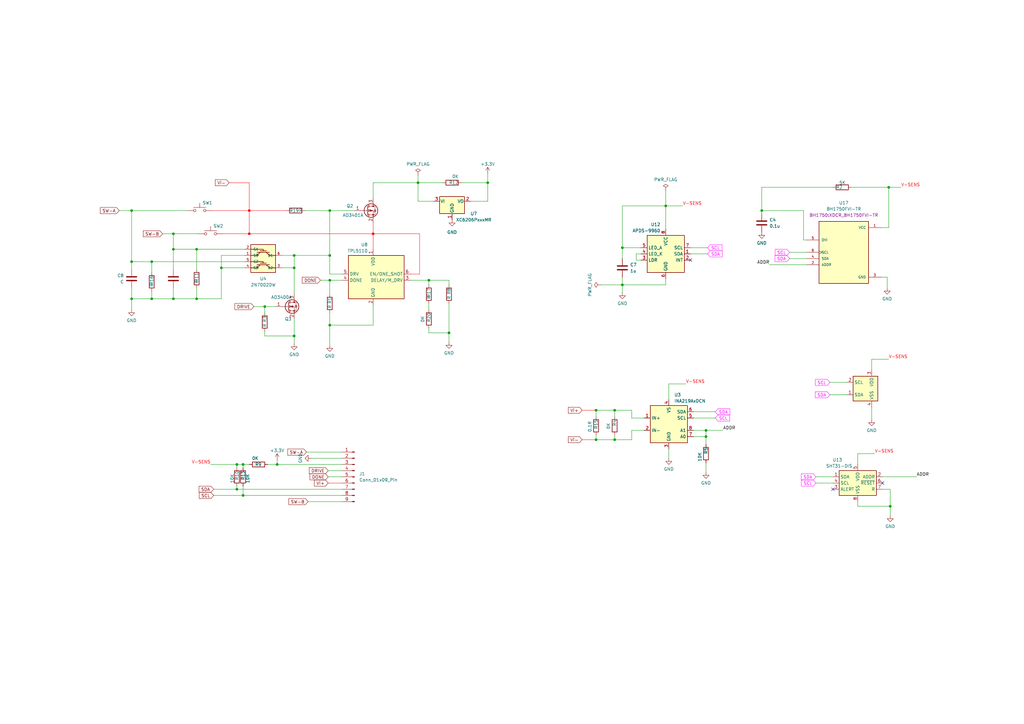
<source format=kicad_sch>
(kicad_sch (version 20230121) (generator eeschema)
  (paper "A3")
  (lib_symbols
    (symbol "2n7002:2N7002DW" (pin_names (offset 1.016))
      (property "Reference" "U" (at 0 0 0))
      (property "Value" "2N7002DW" (at 0 0 0))
      (symbol "2N7002DW_0_0"
        (rectangle (start -5.08 -4.445) (end 5.08 6.985) (stroke (width 0.254)) (fill (type background)))
        (polyline (pts (xy -2.54 -2.54) (xy -5.08 -2.54)) (stroke (width 0.254)))
        (polyline (pts (xy -2.54 -2.54) (xy -2.54 -1.905)) (stroke (width 0.254)))
        (polyline (pts (xy -2.54 -2.54) (xy -1.905 -2.54)) (stroke (width 0.254)))
        (polyline (pts (xy -2.54 -1.27) (xy -1.27 -1.27)) (stroke (width 0.254)))
        (polyline (pts (xy -2.54 2.54) (xy -5.08 2.54)) (stroke (width 0.254)))
        (polyline (pts (xy -2.54 2.54) (xy -2.54 3.175)) (stroke (width 0.254)))
        (polyline (pts (xy -2.54 2.54) (xy -1.905 2.54)) (stroke (width 0.254)))
        (polyline (pts (xy -1.27 -1.27) (xy -2.54 -2.54)) (stroke (width 0.254)))
        (polyline (pts (xy -1.27 -1.27) (xy 1.27 -1.27)) (stroke (width 0.254)))
        (polyline (pts (xy -1.27 -0.635) (xy 0 -0.635)) (stroke (width 0.254)))
        (polyline (pts (xy -1.27 3.81) (xy -2.54 2.54)) (stroke (width 0.254)))
        (polyline (pts (xy -1.27 3.81) (xy -2.54 3.81)) (stroke (width 0.254)))
        (polyline (pts (xy -1.27 4.445) (xy 0 4.445)) (stroke (width 0.254)))
        (polyline (pts (xy 0 -0.635) (xy 0 0)) (stroke (width 0.254)))
        (polyline (pts (xy 0 -0.635) (xy 1.27 -0.635)) (stroke (width 0.254)))
        (polyline (pts (xy 0 0) (xy -5.08 0)) (stroke (width 0.254)))
        (polyline (pts (xy 0 4.445) (xy 0 5.08)) (stroke (width 0.254)))
        (polyline (pts (xy 0 4.445) (xy 1.27 4.445)) (stroke (width 0.254)))
        (polyline (pts (xy 0 5.08) (xy -5.08 5.08)) (stroke (width 0.254)))
        (polyline (pts (xy 1.27 -1.27) (xy 2.54 -2.54)) (stroke (width 0.254)))
        (polyline (pts (xy 1.27 -1.27) (xy 2.54 -1.27)) (stroke (width 0.254)))
        (polyline (pts (xy 1.27 3.81) (xy -1.27 3.81)) (stroke (width 0.254)))
        (polyline (pts (xy 1.27 3.81) (xy 2.54 2.54)) (stroke (width 0.254)))
        (polyline (pts (xy 2.54 -2.54) (xy 5.08 -2.54)) (stroke (width 0.254)))
        (polyline (pts (xy 2.54 2.54) (xy 5.08 2.54)) (stroke (width 0.254)))
        (polyline (pts (xy 2.54 3.81) (xy 1.27 3.81)) (stroke (width 0.254)))
        (pin bidirectional line (at -7.62 2.54 0) (length 2.54) (name "S1") (number "1"))
        (pin bidirectional line (at -7.62 5.08 0) (length 2.54) (name "G1") (number "2"))
        (pin bidirectional line (at 7.62 -2.54 180) (length 2.54) (name "D2") (number "3"))
        (pin bidirectional line (at -7.62 -2.54 0) (length 2.54) (name "S2") (number "4"))
        (pin bidirectional line (at -7.62 0 0) (length 2.54) (name "G2") (number "5"))
        (pin bidirectional line (at 7.62 2.54 180) (length 2.54) (name "D1") (number "6"))
      )
    )
    (symbol "BH1750FVI-TR:BH1750FVI-TR" (pin_names (offset 1.016))
      (property "Reference" "U" (at -10.1737 13.462 0))
      (property "Value" "BH1750FVI-TR" (at -9.922 -15.24 0))
      (property "Footprint" "BH1750FVI-TR:XDCR_BH1750FVI-TR" (at 0 0 0))
      (symbol "BH1750FVI-TR_0_0"
        (rectangle (start -10.16 12.7) (end 10.16 -12.7) (stroke (width 0.254)) (fill (type background)))
        (pin power_in line (at 15.24 10.16 180) (length 5.08) (name "VCC") (number "1"))
        (pin input line (at -15.24 -5.08 0) (length 5.08) (name "ADDR") (number "2"))
        (pin power_in line (at 15.24 -10.16 180) (length 5.08) (name "GND") (number "3"))
        (pin bidirectional line (at -15.24 -2.54 0) (length 5.08) (name "SDA") (number "4"))
        (pin input line (at -15.24 5.08 0) (length 5.08) (name "DVI") (number "5"))
        (pin input clock (at -15.24 0 0) (length 5.08) (name "SCL") (number "6"))
      )
    )
    (symbol "Connector:Conn_01x09_Pin" (pin_names (offset 1.016) hide)
      (property "Reference" "J" (at 0 12.7 0))
      (property "Value" "Conn_01x09_Pin" (at 0 -12.7 0))
      (symbol "Conn_01x09_Pin_1_1"
        (polyline (pts (xy 1.27 -10.16) (xy 0.8636 -10.16)) (stroke (width 0.1524)))
        (polyline (pts (xy 1.27 -7.62) (xy 0.8636 -7.62)) (stroke (width 0.1524)))
        (polyline (pts (xy 1.27 -5.08) (xy 0.8636 -5.08)) (stroke (width 0.1524)))
        (polyline (pts (xy 1.27 -2.54) (xy 0.8636 -2.54)) (stroke (width 0.1524)))
        (polyline (pts (xy 1.27 0) (xy 0.8636 0)) (stroke (width 0.1524)))
        (polyline (pts (xy 1.27 2.54) (xy 0.8636 2.54)) (stroke (width 0.1524)))
        (polyline (pts (xy 1.27 5.08) (xy 0.8636 5.08)) (stroke (width 0.1524)))
        (polyline (pts (xy 1.27 7.62) (xy 0.8636 7.62)) (stroke (width 0.1524)))
        (polyline (pts (xy 1.27 10.16) (xy 0.8636 10.16)) (stroke (width 0.1524)))
        (rectangle (start 0.8636 -10.033) (end 0 -10.287) (stroke (width 0.1524)) (fill (type outline)))
        (rectangle (start 0.8636 -7.493) (end 0 -7.747) (stroke (width 0.1524)) (fill (type outline)))
        (rectangle (start 0.8636 -4.953) (end 0 -5.207) (stroke (width 0.1524)) (fill (type outline)))
        (rectangle (start 0.8636 -2.413) (end 0 -2.667) (stroke (width 0.1524)) (fill (type outline)))
        (rectangle (start 0.8636 0.127) (end 0 -0.127) (stroke (width 0.1524)) (fill (type outline)))
        (rectangle (start 0.8636 2.667) (end 0 2.413) (stroke (width 0.1524)) (fill (type outline)))
        (rectangle (start 0.8636 5.207) (end 0 4.953) (stroke (width 0.1524)) (fill (type outline)))
        (rectangle (start 0.8636 7.747) (end 0 7.493) (stroke (width 0.1524)) (fill (type outline)))
        (rectangle (start 0.8636 10.287) (end 0 10.033) (stroke (width 0.1524)) (fill (type outline)))
        (pin passive line (at 5.08 10.16 180) (length 3.81) (name "Pin_1") (number "1"))
        (pin passive line (at 5.08 7.62 180) (length 3.81) (name "Pin_2") (number "2"))
        (pin passive line (at 5.08 5.08 180) (length 3.81) (name "Pin_3") (number "3"))
        (pin passive line (at 5.08 2.54 180) (length 3.81) (name "Pin_4") (number "4"))
        (pin passive line (at 5.08 0 180) (length 3.81) (name "Pin_5") (number "5"))
        (pin passive line (at 5.08 -2.54 180) (length 3.81) (name "Pin_6") (number "6"))
        (pin passive line (at 5.08 -5.08 180) (length 3.81) (name "Pin_7") (number "7"))
        (pin passive line (at 5.08 -7.62 180) (length 3.81) (name "Pin_8") (number "8"))
        (pin passive line (at 5.08 -10.16 180) (length 3.81) (name "Pin_9") (number "9"))
      )
    )
    (symbol "Device:C" (pin_numbers hide) (pin_names (offset 0.254))
      (property "Reference" "C" (at 0.635 2.54 0))
      (property "Value" "C" (at 0.635 -2.54 0))
      (symbol "C_0_1"
        (polyline (pts (xy -2.032 -0.762) (xy 2.032 -0.762)) (stroke (width 0.508)))
        (polyline (pts (xy -2.032 0.762) (xy 2.032 0.762)) (stroke (width 0.508)))
      )
      (symbol "C_1_1"
        (pin passive line (at 0 3.81 270) (length 2.794) (name "~") (number "1"))
        (pin passive line (at 0 -3.81 90) (length 2.794) (name "~") (number "2"))
      )
    )
    (symbol "Device:R" (pin_numbers hide) (pin_names (offset 0))
      (property "Reference" "R" (at 2.032 0 90))
      (property "Value" "R" (at 0 0 90))
      (symbol "R_0_1"
        (rectangle (start -1.016 -2.54) (end 1.016 2.54) (stroke (width 0.254)))
      )
      (symbol "R_1_1"
        (pin passive line (at 0 3.81 270) (length 1.27) (name "~") (number "1"))
        (pin passive line (at 0 -3.81 90) (length 1.27) (name "~") (number "2"))
      )
    )
    (symbol "Regulator_Linear:XC6206PxxxMR" (pin_names (offset 0.254))
      (property "Reference" "U" (at -3.81 3.175 0))
      (property "Value" "XC6206PxxxMR" (at 0 3.175 0))
      (symbol "XC6206PxxxMR_0_1"
        (rectangle (start -5.08 1.905) (end 5.08 -5.08) (stroke (width 0.254)) (fill (type background)))
      )
      (symbol "XC6206PxxxMR_1_1"
        (pin power_in line (at 0 -7.62 90) (length 2.54) (name "GND") (number "1"))
        (pin power_out line (at 7.62 0 180) (length 2.54) (name "VO") (number "2"))
        (pin power_in line (at -7.62 0 0) (length 2.54) (name "VI") (number "3"))
      )
    )
    (symbol "Sensor:APDS-9960"
      (property "Reference" "U" (at -5.08 8.89 0))
      (property "Value" "APDS-9960" (at 6.35 8.89 0))
      (symbol "APDS-9960_0_1"
        (rectangle (start -7.62 7.62) (end 7.62 -7.62) (stroke (width 0.254)) (fill (type background)))
      )
      (symbol "APDS-9960_1_1"
        (pin bidirectional line (at -10.16 0 0) (length 2.54) (name "SDA") (number "1"))
        (pin open_collector line (at -10.16 -2.54 0) (length 2.54) (name "INT") (number "2"))
        (pin passive line (at 10.16 -2.54 180) (length 2.54) (name "LDR") (number "3"))
        (pin passive line (at 10.16 0 180) (length 2.54) (name "LED_K") (number "4"))
        (pin passive line (at 10.16 2.54 180) (length 2.54) (name "LED_A") (number "5"))
        (pin power_in line (at 0 -10.16 90) (length 2.54) (name "GND") (number "6"))
        (pin input line (at -10.16 2.54 0) (length 2.54) (name "SCL") (number "7"))
        (pin power_in line (at 0 10.16 270) (length 2.54) (name "VCC") (number "8"))
      )
    )
    (symbol "Sensor_Energy:INA219AxDCN"
      (property "Reference" "U" (at -6.35 8.89 0))
      (property "Value" "INA219AxDCN" (at 6.35 8.89 0))
      (symbol "INA219AxDCN_0_1"
        (rectangle (start -7.62 7.62) (end 7.62 -7.62) (stroke (width 0.254)) (fill (type background)))
      )
      (symbol "INA219AxDCN_1_1"
        (pin input line (at -10.16 2.54 0) (length 2.54) (name "IN+") (number "1"))
        (pin input line (at -10.16 -2.54 0) (length 2.54) (name "IN-") (number "2"))
        (pin power_in line (at 0 -10.16 90) (length 2.54) (name "GND") (number "3"))
        (pin power_in line (at 0 10.16 270) (length 2.54) (name "VS") (number "4"))
        (pin input line (at 10.16 2.54 180) (length 2.54) (name "SCL") (number "5"))
        (pin bidirectional line (at 10.16 5.08 180) (length 2.54) (name "SDA") (number "6"))
        (pin input line (at 10.16 -5.08 180) (length 2.54) (name "A0") (number "7"))
        (pin input line (at 10.16 -2.54 180) (length 2.54) (name "A1") (number "8"))
      )
    )
    (symbol "Sensor_Humidity:SHT31-DIS"
      (property "Reference" "U" (at -6.35 6.35 0))
      (property "Value" "SHT31-DIS" (at 6.35 6.35 0))
      (symbol "SHT31-DIS_0_1"
        (rectangle (start -7.62 5.08) (end 7.62 -5.08) (stroke (width 0.254)) (fill (type background)))
      )
      (symbol "SHT31-DIS_1_1"
        (pin bidirectional line (at 10.16 2.54 180) (length 2.54) (name "SDA") (number "1"))
        (pin input line (at -10.16 2.54 0) (length 2.54) (name "ADDR") (number "2"))
        (pin output line (at 10.16 -2.54 180) (length 2.54) (name "ALERT") (number "3"))
        (pin input line (at 10.16 0 180) (length 2.54) (name "SCL") (number "4"))
        (pin power_in line (at 0 7.62 270) (length 2.54) (name "VDD") (number "5"))
        (pin input line (at -10.16 0 0) (length 2.54) (name "~{RESET}") (number "6"))
        (pin passive line (at -10.16 -2.54 0) (length 2.54) (name "R") (number "7"))
        (pin power_in line (at 0 -7.62 90) (length 2.54) (name "VSS") (number "8"))
        (pin passive line (at 0 -7.62 90) (length 2.54) hide (name "VSS") (number "9"))
      )
    )
    (symbol "Sensor_Humidity:SHT4x"
      (property "Reference" "U" (at 0 8.89 0))
      (property "Value" "SHT4x" (at 0 6.35 0))
      (symbol "SHT4x_1_1"
        (rectangle (start -5.08 5.08) (end 5.08 -5.08) (stroke (width 0.254)) (fill (type background)))
        (pin bidirectional line (at -7.62 -2.54 0) (length 2.54) (name "SDA") (number "1"))
        (pin input line (at -7.62 2.54 0) (length 2.54) (name "SCL") (number "2"))
        (pin power_in line (at 2.54 7.62 270) (length 2.54) (name "VDD") (number "3"))
        (pin power_in line (at 2.54 -7.62 90) (length 2.54) (name "VSS") (number "4"))
      )
    )
    (symbol "Switch:SW_Push" (pin_numbers hide) (pin_names (offset 1.016) hide)
      (property "Reference" "SW" (at 1.27 2.54 0))
      (property "Value" "SW_Push" (at 0 -1.524 0))
      (symbol "SW_Push_0_1"
        (circle (center -2.032 0) (radius 0.508))
        (polyline (pts (xy 0 1.27) (xy 0 3.048)))
        (polyline (pts (xy 2.54 1.27) (xy -2.54 1.27)))
        (circle (center 2.032 0) (radius 0.508))
        (pin passive line (at -5.08 0 0) (length 2.54) (name "1") (number "1"))
        (pin passive line (at 5.08 0 180) (length 2.54) (name "2") (number "2"))
      )
    )
    (symbol "Timer:TPL5110"
      (property "Reference" "U8" (at 2.1941 12.065 0))
      (property "Value" "TPL5110" (at 2.1941 9.525 0))
      (symbol "TPL5110_0_1"
        (rectangle (start -12.7 7.62) (end 10.16 -10.16) (stroke (width 0.254)) (fill (type background)))
      )
      (symbol "TPL5110_1_1"
        (pin bidirectional line (at 0 10.16 270) (length 2.54) (name "VDD") (number "1"))
        (pin power_in line (at 0 -12.7 90) (length 2.54) (name "GND") (number "2"))
        (pin input line (at -15.24 -2.54 0) (length 2.54) (name "DELAY/M_DRV") (number "3"))
        (pin input line (at 12.7 -2.54 180) (length 2.54) (name "DONE") (number "4"))
        (pin output line (at 12.7 0 180) (length 2.54) (name "DRV") (number "5"))
        (pin input line (at -15.24 0 0) (length 2.54) (name "EN/ONE_SHOT") (number "6"))
      )
    )
    (symbol "Transistor_FET:AO3400A" (pin_names hide)
      (property "Reference" "Q" (at 5.08 1.905 0))
      (property "Value" "AO3400A" (at 5.08 0 0))
      (symbol "AO3400A_0_1"
        (polyline (pts (xy 0.254 0) (xy -2.54 0)))
        (polyline (pts (xy 0.254 1.905) (xy 0.254 -1.905)) (stroke (width 0.254)))
        (polyline (pts (xy 0.762 -1.27) (xy 0.762 -2.286)) (stroke (width 0.254)))
        (polyline (pts (xy 0.762 0.508) (xy 0.762 -0.508)) (stroke (width 0.254)))
        (polyline (pts (xy 0.762 2.286) (xy 0.762 1.27)) (stroke (width 0.254)))
        (polyline (pts (xy 2.54 2.54) (xy 2.54 1.778)))
        (polyline (pts (xy 2.54 -2.54) (xy 2.54 0) (xy 0.762 0)))
        (polyline (pts (xy 0.762 -1.778) (xy 3.302 -1.778) (xy 3.302 1.778) (xy 0.762 1.778)))
        (polyline (pts (xy 1.016 0) (xy 2.032 0.381) (xy 2.032 -0.381) (xy 1.016 0)) (fill (type outline)))
        (polyline (pts (xy 2.794 0.508) (xy 2.921 0.381) (xy 3.683 0.381) (xy 3.81 0.254)))
        (polyline (pts (xy 3.302 0.381) (xy 2.921 -0.254) (xy 3.683 -0.254) (xy 3.302 0.381)))
        (circle (center 1.651 0) (radius 2.794) (stroke (width 0.254)))
        (circle (center 2.54 -1.778) (radius 0.254) (fill (type outline)))
        (circle (center 2.54 1.778) (radius 0.254) (fill (type outline)))
      )
      (symbol "AO3400A_1_1"
        (pin input line (at -5.08 0 0) (length 2.54) (name "G") (number "1"))
        (pin passive line (at 2.54 -5.08 90) (length 2.54) (name "S") (number "2"))
        (pin passive line (at 2.54 5.08 270) (length 2.54) (name "D") (number "3"))
      )
    )
    (symbol "Transistor_FET:AO3401A" (pin_names hide)
      (property "Reference" "Q" (at 5.08 1.905 0))
      (property "Value" "AO3401A" (at 5.08 0 0))
      (symbol "AO3401A_0_1"
        (polyline (pts (xy 0.254 0) (xy -2.54 0)))
        (polyline (pts (xy 0.254 1.905) (xy 0.254 -1.905)) (stroke (width 0.254)))
        (polyline (pts (xy 0.762 -1.27) (xy 0.762 -2.286)) (stroke (width 0.254)))
        (polyline (pts (xy 0.762 0.508) (xy 0.762 -0.508)) (stroke (width 0.254)))
        (polyline (pts (xy 0.762 2.286) (xy 0.762 1.27)) (stroke (width 0.254)))
        (polyline (pts (xy 2.54 2.54) (xy 2.54 1.778)))
        (polyline (pts (xy 2.54 -2.54) (xy 2.54 0) (xy 0.762 0)))
        (polyline (pts (xy 0.762 1.778) (xy 3.302 1.778) (xy 3.302 -1.778) (xy 0.762 -1.778)))
        (polyline (pts (xy 2.286 0) (xy 1.27 0.381) (xy 1.27 -0.381) (xy 2.286 0)) (fill (type outline)))
        (polyline (pts (xy 2.794 -0.508) (xy 2.921 -0.381) (xy 3.683 -0.381) (xy 3.81 -0.254)))
        (polyline (pts (xy 3.302 -0.381) (xy 2.921 0.254) (xy 3.683 0.254) (xy 3.302 -0.381)))
        (circle (center 1.651 0) (radius 2.794) (stroke (width 0.254)))
        (circle (center 2.54 -1.778) (radius 0.254) (fill (type outline)))
        (circle (center 2.54 1.778) (radius 0.254) (fill (type outline)))
      )
      (symbol "AO3401A_1_1"
        (pin input line (at -5.08 0 0) (length 2.54) (name "G") (number "1"))
        (pin passive line (at 2.54 -5.08 90) (length 2.54) (name "S") (number "2"))
        (pin passive line (at 2.54 5.08 270) (length 2.54) (name "D") (number "3"))
      )
    )
    (symbol "power:+3.3V" (power) (pin_names (offset 0))
      (property "Value" "+3.3V" (at 0 3.556 0))
      (symbol "+3.3V_0_1"
        (polyline (pts (xy -0.762 1.27) (xy 0 2.54)))
        (polyline (pts (xy 0 0) (xy 0 2.54)))
        (polyline (pts (xy 0 2.54) (xy 0.762 1.27)))
      )
      (symbol "+3.3V_1_1"
        (pin power_in line (at 0 0 90) (length 0) hide (name "+3.3V") (number "1"))
      )
    )
    (symbol "power:GND" (power) (pin_names (offset 0))
      (property "Value" "GND" (at 0 -3.81 0))
      (symbol "GND_0_1"
        (polyline (pts (xy 0 0) (xy 0 -1.27) (xy 1.27 -1.27) (xy 0 -2.54) (xy -1.27 -1.27) (xy 0 -1.27)))
      )
      (symbol "GND_1_1"
        (pin power_in line (at 0 0 270) (length 0) hide (name "GND") (number "1"))
      )
    )
    (symbol "power:PWR_FLAG" (power) (pin_numbers hide) (pin_names (offset 0) hide)
      (property "Value" "PWR_FLAG" (at 0 3.81 0))
      (symbol "PWR_FLAG_0_0"
        (pin power_out line (at 0 0 90) (length 0) (name "pwr") (number "1"))
      )
      (symbol "PWR_FLAG_0_1"
        (polyline (pts (xy 0 0) (xy 0 1.27) (xy -1.016 1.905) (xy 0 2.54) (xy 1.016 1.905) (xy 0 1.27)))
      )
    )
  )
  (junction (at 255.27 101.6))
  (junction (at 184.15 136.525))
  (junction (at 53.975 107.315))
  (junction (at 53.975 122.555))
  (junction (at 120.65 109.855))
  (junction (at 289.56 179.07))
  (junction (at 53.975 86.36))
  (junction (at 273.05 84.455))
  (junction (at 108.585 125.73))
  (junction (at 102.235 86.36) (color 255 0 0 1))
  (junction (at 120.65 137.795))
  (junction (at 244.475 168.275))
  (junction (at 99.695 203.2))
  (junction (at 97.155 190.5))
  (junction (at 135.255 86.36))
  (junction (at 62.23 122.555))
  (junction (at 97.155 200.66))
  (junction (at 80.645 122.555))
  (junction (at 120.65 104.775))
  (junction (at 102.235 95.885) (color 255 0 0 1))
  (junction (at 90.805 109.855))
  (junction (at 99.695 190.5))
  (junction (at 153.035 95.885) (color 255 0 0 1))
  (junction (at 364.49 76.835))
  (junction (at 255.27 116.84))
  (junction (at 71.12 95.885))
  (junction (at 312.42 86.36))
  (junction (at 71.12 102.235))
  (junction (at 135.255 114.935))
  (junction (at 71.12 122.555))
  (junction (at 135.255 133.35))
  (junction (at 80.645 102.235))
  (junction (at 365.125 207.645))
  (junction (at 175.895 114.935))
  (junction (at 252.095 180.34))
  (junction (at 252.095 168.275))
  (junction (at 113.665 190.5))
  (junction (at 244.475 180.34))
  (junction (at 289.56 176.53))
  (junction (at 135.255 104.775))
  (junction (at 171.45 74.93))
  (junction (at 62.23 107.315))
  (junction (at 200.025 74.93))
  (no_connect (at 341.63 200.66))
  (no_connect (at 283.21 106.68))
  (no_connect (at 361.95 198.12))
  (wire (pts (xy 289.56 176.53) (xy 289.56 179.07)))
  (wire (pts (xy 252.095 178.435) (xy 252.095 180.34)))
  (wire (pts (xy 357.505 167.005) (xy 357.505 172.085)))
  (wire (pts (xy 134.62 198.12) (xy 140.335 198.12)) (stroke (width 0) (color 255 0 0 1)))
  (wire (pts (xy 80.645 102.235) (xy 71.12 102.235)))
  (wire (pts (xy 283.21 101.6) (xy 290.195 101.6)))
  (wire (pts (xy 262.89 106.68) (xy 260.985 106.68)))
  (wire (pts (xy 252.095 168.275) (xy 259.08 168.275)))
  (wire (pts (xy 260.985 104.14) (xy 262.89 104.14)))
  (wire (pts (xy 289.56 189.865) (xy 289.56 193.675)))
  (wire (pts (xy 172.085 95.885) (xy 153.035 95.885)) (stroke (width 0) (color 255 0 0 1)))
  (wire (pts (xy 349.25 76.835) (xy 364.49 76.835)))
  (wire (pts (xy 135.255 86.36) (xy 135.255 104.775)))
  (wire (pts (xy 330.835 103.505) (xy 323.85 103.505)))
  (wire (pts (xy 260.985 106.68) (xy 260.985 104.14)))
  (wire (pts (xy 255.27 101.6) (xy 255.27 106.045)))
  (wire (pts (xy 341.63 76.835) (xy 312.42 76.835)))
  (wire (pts (xy 364.49 93.345) (xy 361.315 93.345)))
  (wire (pts (xy 127.635 187.96) (xy 140.335 187.96)))
  (wire (pts (xy 347.345 161.925) (xy 340.36 161.925)))
  (wire (pts (xy 273.05 84.455) (xy 280.035 84.455)))
  (wire (pts (xy 361.315 113.665) (xy 363.855 113.665)))
  (wire (pts (xy 273.05 114.3) (xy 273.05 116.84)))
  (wire (pts (xy 255.27 120.015) (xy 255.27 116.84)))
  (wire (pts (xy 153.035 133.35) (xy 135.255 133.35)))
  (wire (pts (xy 283.21 104.14) (xy 290.195 104.14)))
  (wire (pts (xy 175.895 114.935) (xy 175.895 116.84)))
  (wire (pts (xy 365.125 207.645) (xy 365.125 211.455)))
  (wire (pts (xy 135.255 133.35) (xy 135.255 141.605)))
  (wire (pts (xy 171.45 71.755) (xy 171.45 74.93)))
  (wire (pts (xy 252.095 180.34) (xy 259.08 180.34)))
  (wire (pts (xy 140.335 112.395) (xy 135.255 112.395)))
  (wire (pts (xy 171.45 74.93) (xy 181.61 74.93)))
  (wire (pts (xy 100.33 104.775) (xy 90.805 104.775)))
  (wire (pts (xy 62.23 107.315) (xy 53.975 107.315)))
  (wire (pts (xy 80.645 118.11) (xy 80.645 122.555)))
  (wire (pts (xy 281.305 157.48) (xy 274.32 157.48)))
  (wire (pts (xy 80.645 102.235) (xy 80.645 110.49)))
  (wire (pts (xy 200.025 71.12) (xy 200.025 74.93)))
  (wire (pts (xy 120.65 104.775) (xy 135.255 104.775)))
  (wire (pts (xy 115.57 104.775) (xy 120.65 104.775)))
  (wire (pts (xy 102.235 86.36) (xy 102.235 74.93)) (stroke (width 0) (color 255 0 0 1)))
  (wire (pts (xy 135.255 128.27) (xy 135.255 133.35)))
  (wire (pts (xy 341.63 195.58) (xy 334.645 195.58)))
  (wire (pts (xy 238.76 180.34) (xy 244.475 180.34)) (stroke (width 0) (color 255 0 0 1)))
  (wire (pts (xy 259.08 180.34) (xy 259.08 176.53)))
  (wire (pts (xy 113.665 188.595) (xy 113.665 190.5)))
  (wire (pts (xy 175.895 114.935) (xy 184.15 114.935)))
  (wire (pts (xy 312.42 76.835) (xy 312.42 86.36)))
  (wire (pts (xy 284.48 176.53) (xy 289.56 176.53)))
  (wire (pts (xy 361.95 200.66) (xy 365.125 200.66)))
  (wire (pts (xy 330.835 106.045) (xy 323.85 106.045)))
  (wire (pts (xy 97.155 199.39) (xy 97.155 200.66)))
  (wire (pts (xy 357.505 147.32) (xy 364.49 147.32)))
  (wire (pts (xy 259.08 171.45) (xy 264.16 171.45)))
  (wire (pts (xy 120.65 137.795) (xy 120.65 140.97)))
  (wire (pts (xy 135.255 104.775) (xy 135.255 112.395)))
  (wire (pts (xy 363.855 113.665) (xy 363.855 118.11)))
  (wire (pts (xy 108.585 125.73) (xy 113.03 125.73)))
  (wire (pts (xy 100.33 102.235) (xy 80.645 102.235)))
  (wire (pts (xy 71.12 95.885) (xy 66.675 95.885)))
  (wire (pts (xy 87.63 203.2) (xy 99.695 203.2)))
  (wire (pts (xy 273.05 84.455) (xy 255.27 84.455)))
  (wire (pts (xy 171.45 74.93) (xy 153.035 74.93)))
  (wire (pts (xy 87.63 200.66) (xy 97.155 200.66)))
  (wire (pts (xy 351.79 186.055) (xy 351.79 190.5)))
  (wire (pts (xy 62.23 119.38) (xy 62.23 122.555)))
  (wire (pts (xy 364.49 76.835) (xy 369.57 76.835)))
  (wire (pts (xy 175.895 134.62) (xy 175.895 136.525)))
  (wire (pts (xy 329.565 86.36) (xy 329.565 98.425)))
  (wire (pts (xy 357.505 147.32) (xy 357.505 151.765)))
  (wire (pts (xy 255.27 113.665) (xy 255.27 116.84)))
  (wire (pts (xy 200.025 74.93) (xy 189.23 74.93)))
  (wire (pts (xy 312.42 86.36) (xy 329.565 86.36)))
  (wire (pts (xy 71.12 122.555) (xy 62.23 122.555)))
  (wire (pts (xy 71.12 95.885) (xy 71.12 102.235)))
  (wire (pts (xy 135.255 114.935) (xy 135.255 120.65)))
  (wire (pts (xy 97.155 190.5) (xy 97.155 191.77)))
  (wire (pts (xy 102.235 74.93) (xy 93.98 74.93)) (stroke (width 0) (color 255 0 0 1)))
  (wire (pts (xy 259.08 176.53) (xy 264.16 176.53)))
  (wire (pts (xy 90.805 109.855) (xy 90.805 122.555)))
  (wire (pts (xy 168.275 112.395) (xy 172.085 112.395)) (stroke (width 0) (color 255 0 0 1)))
  (wire (pts (xy 289.56 176.53) (xy 296.545 176.53)))
  (wire (pts (xy 120.65 120.65) (xy 120.65 109.855)))
  (wire (pts (xy 102.235 95.885) (xy 91.44 95.885)) (stroke (width 0) (color 255 0 0 1)))
  (wire (pts (xy 184.15 136.525) (xy 184.15 140.335)))
  (wire (pts (xy 90.805 122.555) (xy 80.645 122.555)))
  (wire (pts (xy 134.62 193.04) (xy 140.335 193.04)))
  (wire (pts (xy 135.255 86.36) (xy 145.415 86.36)))
  (wire (pts (xy 284.48 168.91) (xy 293.37 168.91)))
  (wire (pts (xy 99.695 190.5) (xy 99.695 191.77)))
  (wire (pts (xy 97.155 190.5) (xy 99.695 190.5)))
  (wire (pts (xy 134.62 195.58) (xy 140.335 195.58)))
  (wire (pts (xy 113.665 190.5) (xy 140.335 190.5)))
  (wire (pts (xy 99.695 199.39) (xy 99.695 203.2)))
  (wire (pts (xy 81.28 95.885) (xy 71.12 95.885)))
  (wire (pts (xy 53.975 107.315) (xy 53.975 110.49)))
  (wire (pts (xy 102.235 95.885) (xy 153.035 95.885)) (stroke (width 0) (color 255 0 0 1)))
  (wire (pts (xy 108.585 135.89) (xy 108.585 137.795)))
  (wire (pts (xy 100.33 107.315) (xy 62.23 107.315)))
  (wire (pts (xy 140.335 114.935) (xy 135.255 114.935)))
  (wire (pts (xy 274.32 157.48) (xy 274.32 163.83)))
  (wire (pts (xy 175.895 136.525) (xy 184.15 136.525)))
  (wire (pts (xy 351.79 205.74) (xy 351.79 207.645)))
  (wire (pts (xy 193.04 82.55) (xy 200.025 82.55)))
  (wire (pts (xy 153.035 74.93) (xy 153.035 81.28)))
  (wire (pts (xy 90.805 104.775) (xy 90.805 109.855)))
  (wire (pts (xy 90.805 109.855) (xy 100.33 109.855)))
  (wire (pts (xy 246.38 116.84) (xy 255.27 116.84)))
  (wire (pts (xy 62.23 122.555) (xy 53.975 122.555)))
  (wire (pts (xy 104.14 125.73) (xy 108.585 125.73)))
  (wire (pts (xy 334.645 198.12) (xy 341.63 198.12)))
  (wire (pts (xy 86.36 190.5) (xy 97.155 190.5)))
  (wire (pts (xy 108.585 128.27) (xy 108.585 125.73)))
  (wire (pts (xy 102.235 86.36) (xy 86.995 86.36)) (stroke (width 0) (color 255 0 0 1)))
  (wire (pts (xy 80.645 122.555) (xy 71.12 122.555)))
  (wire (pts (xy 259.08 168.275) (xy 259.08 171.45)))
  (wire (pts (xy 238.76 168.275) (xy 244.475 168.275)) (stroke (width 0) (color 255 0 0 1)))
  (wire (pts (xy 172.085 95.885) (xy 172.085 112.395)) (stroke (width 0) (color 255 0 0 1)))
  (wire (pts (xy 135.255 114.935) (xy 131.445 114.935)))
  (wire (pts (xy 53.975 86.36) (xy 53.975 107.315)))
  (wire (pts (xy 289.56 179.07) (xy 289.56 182.245)))
  (wire (pts (xy 71.12 102.235) (xy 71.12 110.49)))
  (wire (pts (xy 99.695 203.2) (xy 140.335 203.2)))
  (wire (pts (xy 171.45 82.55) (xy 177.8 82.55)))
  (wire (pts (xy 175.895 114.935) (xy 168.275 114.935)))
  (wire (pts (xy 76.835 86.36) (xy 53.975 86.36)))
  (wire (pts (xy 262.89 101.6) (xy 255.27 101.6)))
  (wire (pts (xy 252.095 168.275) (xy 252.095 170.815)))
  (wire (pts (xy 273.05 78.105) (xy 273.05 84.455)))
  (wire (pts (xy 108.585 137.795) (xy 120.65 137.795)))
  (wire (pts (xy 255.27 84.455) (xy 255.27 101.6)))
  (wire (pts (xy 53.975 118.11) (xy 53.975 122.555)))
  (wire (pts (xy 200.025 74.93) (xy 200.025 82.55)))
  (wire (pts (xy 184.15 114.935) (xy 184.15 116.84)))
  (wire (pts (xy 102.235 86.36) (xy 117.475 86.36)) (stroke (width 0) (color 255 0 0 1)))
  (wire (pts (xy 53.975 86.36) (xy 48.895 86.36)))
  (wire (pts (xy 125.73 185.42) (xy 140.335 185.42)))
  (wire (pts (xy 125.095 86.36) (xy 135.255 86.36)))
  (wire (pts (xy 365.125 207.645) (xy 351.79 207.645)))
  (wire (pts (xy 274.32 184.15) (xy 274.32 187.96)))
  (wire (pts (xy 244.475 168.275) (xy 252.095 168.275)))
  (wire (pts (xy 71.12 122.555) (xy 71.12 118.11)))
  (wire (pts (xy 329.565 98.425) (xy 330.835 98.425)))
  (wire (pts (xy 273.05 84.455) (xy 273.05 93.98)))
  (wire (pts (xy 62.23 107.315) (xy 62.23 111.76)))
  (wire (pts (xy 120.65 130.81) (xy 120.65 137.795)))
  (wire (pts (xy 120.65 104.775) (xy 120.65 109.855)))
  (wire (pts (xy 115.57 109.855) (xy 120.65 109.855)))
  (wire (pts (xy 53.975 122.555) (xy 53.975 127)))
  (wire (pts (xy 312.42 87.63) (xy 312.42 86.36)))
  (wire (pts (xy 365.125 200.66) (xy 365.125 207.645)))
  (wire (pts (xy 153.035 91.44) (xy 153.035 95.885)) (stroke (width 0) (color 255 0 0 1)))
  (wire (pts (xy 153.035 125.095) (xy 153.035 133.35)))
  (wire (pts (xy 244.475 178.435) (xy 244.475 180.34)))
  (wire (pts (xy 284.48 179.07) (xy 289.56 179.07)))
  (wire (pts (xy 102.235 86.36) (xy 102.235 95.885)) (stroke (width 0) (color 255 0 0 1)))
  (wire (pts (xy 315.595 108.585) (xy 330.835 108.585)))
  (wire (pts (xy 184.15 124.46) (xy 184.15 136.525)))
  (wire (pts (xy 273.05 116.84) (xy 255.27 116.84)))
  (wire (pts (xy 361.95 195.58) (xy 375.92 195.58)))
  (wire (pts (xy 284.48 171.45) (xy 293.37 171.45)))
  (wire (pts (xy 244.475 180.34) (xy 252.095 180.34)))
  (wire (pts (xy 171.45 74.93) (xy 171.45 82.55)))
  (wire (pts (xy 153.035 95.885) (xy 153.035 102.235)) (stroke (width 0) (color 255 0 0 1)))
  (wire (pts (xy 244.475 170.815) (xy 244.475 168.275)))
  (wire (pts (xy 109.855 190.5) (xy 113.665 190.5)))
  (wire (pts (xy 175.895 124.46) (xy 175.895 127)))
  (wire (pts (xy 364.49 76.835) (xy 364.49 93.345)))
  (wire (pts (xy 99.695 190.5) (xy 102.235 190.5)))
  (wire (pts (xy 351.79 186.055) (xy 358.775 186.055)))
  (wire (pts (xy 97.155 200.66) (xy 140.335 200.66)))
  (wire (pts (xy 340.36 156.845) (xy 347.345 156.845)))
  (wire (pts (xy 126.365 205.74) (xy 140.335 205.74)))
  (label "V-SENS" (at 281.305 157.48 0))
  (label "V-SENS" (at 364.49 147.32 0))
  (label "V-SENS" (at 280.035 84.455 0))
  (label "ADDR" (at 375.92 195.58 0))
  (label "ADDR" (at 315.595 108.585 180))
  (label "V-SENS" (at 358.775 186.055 0))
  (label "V-SENS" (at 369.57 76.835 0))
  (label "V-SENS" (at 86.36 190.5 180))
  (label "ADDR" (at 296.545 176.53 0))
  (global_label "Vi+" (shape input) (at 238.76 168.275 180) (property "Intersheetrefs" "${INTERSHEET_REFS}" (effects hide)))
  (global_label "SW-A" (shape input) (at 125.73 185.42 180) (property "Intersheetrefs" "${INTERSHEET_REFS}" (effects hide)))
  (global_label "SCL" (shape input) (at 290.195 101.6 0) (property "Intersheetrefs" "${INTERSHEET_REFS}" (effects hide)))
  (global_label "SCL" (shape input) (at 87.63 203.2 180) (property "Intersheetrefs" "${INTERSHEET_REFS}" (effects hide)))
  (global_label "SDA" (shape input) (at 87.63 200.66 180) (property "Intersheetrefs" "${INTERSHEET_REFS}" (effects hide)))
  (global_label "SDA" (shape input) (at 340.36 161.925 180) (property "Intersheetrefs" "${INTERSHEET_REFS}" (effects hide)))
  (global_label "SDA" (shape input) (at 293.37 168.91 0) (property "Intersheetrefs" "${INTERSHEET_REFS}" (effects hide)))
  (global_label "SW-B" (shape input) (at 66.675 95.885 180) (property "Intersheetrefs" "${INTERSHEET_REFS}" (effects hide)))
  (global_label "SCL" (shape input) (at 340.36 156.845 180) (property "Intersheetrefs" "${INTERSHEET_REFS}" (effects hide)))
  (global_label "DRIVE" (shape input) (at 104.14 125.73 180) (property "Intersheetrefs" "${INTERSHEET_REFS}" (effects hide)))
  (global_label "SCL" (shape input) (at 323.85 103.505 180) (property "Intersheetrefs" "${INTERSHEET_REFS}" (effects hide)))
  (global_label "DONE" (shape input) (at 134.62 195.58 180) (property "Intersheetrefs" "${INTERSHEET_REFS}" (effects hide)))
  (global_label "SDA" (shape input) (at 290.195 104.14 0) (property "Intersheetrefs" "${INTERSHEET_REFS}" (effects hide)))
  (global_label "Vi-" (shape input) (at 238.76 180.34 180) (property "Intersheetrefs" "${INTERSHEET_REFS}" (effects hide)))
  (global_label "DRIVE" (shape input) (at 134.62 193.04 180) (property "Intersheetrefs" "${INTERSHEET_REFS}" (effects hide)))
  (global_label "SW-B" (shape input) (at 126.365 205.74 180) (property "Intersheetrefs" "${INTERSHEET_REFS}" (effects hide)))
  (global_label "SW-A" (shape input) (at 48.895 86.36 180) (property "Intersheetrefs" "${INTERSHEET_REFS}" (effects hide)))
  (global_label "SCL" (shape input) (at 293.37 171.45 0) (property "Intersheetrefs" "${INTERSHEET_REFS}" (effects hide)))
  (global_label "SDA" (shape input) (at 334.645 195.58 180) (property "Intersheetrefs" "${INTERSHEET_REFS}" (effects hide)))
  (global_label "DONE" (shape input) (at 131.445 114.935 180) (property "Intersheetrefs" "${INTERSHEET_REFS}" (effects hide)))
  (global_label "SCL" (shape input) (at 334.645 198.12 180) (property "Intersheetrefs" "${INTERSHEET_REFS}" (effects hide)))
  (global_label "SDA" (shape input) (at 323.85 106.045 180) (property "Intersheetrefs" "${INTERSHEET_REFS}" (effects hide)))
  (global_label "Vi+" (shape input) (at 134.62 198.12 180) (property "Intersheetrefs" "${INTERSHEET_REFS}" (effects hide)))
  (global_label "Vi-" (shape input) (at 93.98 74.93 180) (property "Intersheetrefs" "${INTERSHEET_REFS}" (effects hide)))
  (symbol (lib_id "Device:R") (at 62.23 115.57 0) (mirror x) (unit 1)
    (property "Reference" "R16" (at 62.23 113.03 90) (effects (justify left)))
    (property "Value" "R" (at 62.23 116.205 90) (effects (justify left)))
    (property "Footprint" "Resistor_SMD:R_0603_1608Metric" (effects hide))
  )
  (symbol (lib_id "Device:R") (at 135.255 124.46 180) (unit 1)
    (property "Reference" "R1" (at 135.255 121.92 90) (effects (justify left)))
    (property "Value" "R" (at 135.255 125.095 90) (effects (justify left)))
    (property "Footprint" "Resistor_SMD:R_0603_1608Metric" (effects hide))
  )
  (symbol (lib_id "Device:R") (at 252.095 174.625 180) (unit 1)
    (property "Reference" "R4" (at 252.095 172.085 90) (effects (justify left)))
    (property "Value" "0K" (at 249.555 173.355 90) (effects (justify left)))
    (property "Footprint" "A_SensorNode:Jumpper" (effects hide))
  )
  (symbol (lib_id "power:GND") (at 185.42 90.17 0) (mirror y) (unit 1)
    (property "Reference" "#PWR021" (effects hide))
    (property "Value" "GND" (at 185.42 95.25 0))
  )
  (symbol (lib_id "Connector:Conn_01x09_Pin") (at 145.415 195.58 0) (mirror y) (unit 1)
    (property "Reference" "J1" (at 147.32 194.31 0) (effects (justify right)))
    (property "Value" "Conn_01x09_Pin" (at 147.32 196.85 0) (effects (justify right)))
    (property "Footprint" "Connector_PinHeader_2.54mm:PinHeader_1x09_P2.54mm_Vertical" (effects hide))
  )
  (symbol (lib_id "Timer:TPL5110") (at 153.035 112.395 0) (mirror y) (unit 1)
    (property "Reference" "U8" (at 150.8409 100.33 0) (effects (justify left)))
    (property "Value" "TPL5110" (at 150.8409 102.87 0) (effects (justify left)))
    (property "Footprint" "Package_TO_SOT_SMD:SOT-23-6" (effects hide))
    (property "Datasheet" "http://www.ti.com/lit/ds/symlink/tpl5110.pdf" (effects hide))
  )
  (symbol (lib_id "Device:R") (at 80.645 114.3 0) (mirror x) (unit 1)
    (property "Reference" "R11" (at 80.645 111.76 90) (effects (justify left)))
    (property "Value" "R" (at 80.645 114.935 90) (effects (justify left)))
    (property "Footprint" "Resistor_SMD:R_0603_1608Metric" (effects hide))
  )
  (symbol (lib_id "power:GND") (at 120.65 140.97 0) (unit 1)
    (property "Reference" "#PWR017" (effects hide))
    (property "Value" "GND" (at 120.65 145.415 0))
  )
  (symbol (lib_id "Device:R") (at 97.155 195.58 180) (unit 1)
    (property "Reference" "R10" (at 97.155 193.04 90) (effects (justify left)))
    (property "Value" "10K" (at 95.25 194.31 90) (effects (justify left)))
    (property "Footprint" "Resistor_SMD:R_0603_1608Metric" (effects hide))
  )
  (symbol (lib_id "Sensor_Energy:INA219AxDCN") (at 274.32 173.99 0) (unit 1)
    (property "Reference" "U3" (at 276.5141 161.925 0) (effects (justify left)))
    (property "Value" "INA219AxDCN" (at 276.5141 164.465 0) (effects (justify left)))
    (property "Footprint" "Package_TO_SOT_SMD:SOT-23-8" (effects hide))
    (property "Datasheet" "http://www.ti.com/lit/ds/symlink/ina219.pdf" (effects hide))
  )
  (symbol (lib_id "Sensor:APDS-9960") (at 273.05 104.14 0) (mirror y) (unit 1)
    (property "Reference" "U12" (at 270.8559 92.075 0) (effects (justify left)))
    (property "Value" "APDS-9960" (at 270.8559 94.615 0) (effects (justify left)))
    (property "Footprint" "Sensor:Avago_APDS-9960" (effects hide))
    (property "Datasheet" "https://docs.broadcom.com/doc/AV02-4191EN" (effects hide))
  )
  (symbol (lib_id "power:GND") (at 255.27 120.015 0) (unit 1)
    (property "Reference" "#PWR024" (effects hide))
    (property "Value" "GND" (at 255.27 124.46 0))
  )
  (symbol (lib_id "Device:C") (at 255.27 109.855 0) (mirror y) (unit 1)
    (property "Reference" "C7" (at 258.445 108.585 0) (effects (justify right)))
    (property "Value" "1u" (at 258.445 111.125 0) (effects (justify right)))
    (property "Footprint" "Capacitor_SMD:C_0603_1608Metric" (effects hide))
  )
  (symbol (lib_id "power:GND") (at 127.635 187.96 270) (unit 1)
    (property "Reference" "#PWR011" (effects hide))
    (property "Value" "GND" (at 123.19 187.96 0))
  )
  (symbol (lib_id "Device:C") (at 312.42 91.44 0) (unit 1)
    (property "Reference" "C4" (at 315.595 90.17 0) (effects (justify left)))
    (property "Value" "0.1u" (at 315.595 92.71 0) (effects (justify left)))
    (property "Footprint" "Capacitor_SMD:C_0603_1608Metric" (effects hide))
  )
  (symbol (lib_id "power:GND") (at 357.505 172.085 0) (unit 1)
    (property "Reference" "#PWR05" (effects hide))
    (property "Value" "GND" (at 357.505 176.53 0))
  )
  (symbol (lib_id "2n7002:2N7002DW") (at 107.95 107.315 0) (unit 1)
    (property "Reference" "U4" (at 107.95 114.3 0))
    (property "Value" "2N7002DW" (at 107.95 116.84 0))
    (property "Footprint" "2n7002:SOT363" (effects hide))
    (property "MF" "ON Semiconductor" (effects hide))
    (property "Description" "\nMosfet Array 2 N-Channel (Dual) 60V 115mA (Ta) 200mW (Ta) Surface Mount SC-88/SC70-6/SOT-363\n" (effects hide))
    (property "Package" "SC-88-6 ON Semiconductor" (effects hide))
    (property "Price" "None" (effects hide))
    (property "SnapEDA_Link" "https://www.snapeda.com/parts/2N7002DW/Onsemi/view-part/?ref=snap" (effects hide))
    (property "MP" "2N7002DW" (effects hide))
    (property "Purchase-URL" "https://www.snapeda.com/api/url_track_click_mouser/?unipart_id=661&manufacturer=ON Semiconductor&part_name=2N7002DW&search_term=None" (effects hide))
    (property "Availability" "In Stock" (effects hide))
    (property "Check_prices" "https://www.snapeda.com/parts/2N7002DW/Onsemi/view-part/?ref=eda" (effects hide))
  )
  (symbol (lib_id "Device:R") (at 121.285 86.36 270) (unit 1)
    (property "Reference" "R19" (at 118.745 86.36 90) (effects (justify left)))
    (property "Value" "R" (at 122.555 86.36 90) (effects (justify left)))
    (property "Footprint" "Resistor_SMD:R_0603_1608Metric" (effects hide))
  )
  (symbol (lib_id "power:+3.3V") (at 113.665 188.595 0) (unit 1)
    (property "Reference" "#PWR01" (effects hide))
    (property "Value" "+3.3V" (at 113.665 184.785 0))
  )
  (symbol (lib_id "Device:R") (at 108.585 132.08 180) (unit 1)
    (property "Reference" "R3" (at 108.585 129.54 90) (effects (justify left)))
    (property "Value" "R" (at 108.585 132.715 90) (effects (justify left)))
    (property "Footprint" "Resistor_SMD:R_0603_1608Metric" (effects hide))
  )
  (symbol (lib_id "power:GND") (at 312.42 95.25 0) (mirror y) (unit 1)
    (property "Reference" "#PWR020" (effects hide))
    (property "Value" "GND" (at 312.42 99.695 0))
  )
  (symbol (lib_id "Device:R") (at 99.695 195.58 180) (unit 1)
    (property "Reference" "R13" (at 99.695 193.04 90) (effects (justify left)))
    (property "Value" "10K" (at 101.6 194.31 90) (effects (justify left)))
    (property "Footprint" "Resistor_SMD:R_0603_1608Metric" (effects hide))
  )
  (symbol (lib_id "Switch:SW_Push") (at 81.915 86.36 0) (mirror y) (unit 1)
    (property "Reference" "SW1" (at 85.09 83.185 0))
    (property "Value" "SW_Push" (effects hide))
    (property "Footprint" "Button_Switch_SMD:SW_SPST_PTS810" (effects hide))
  )
  (symbol (lib_id "Device:R") (at 185.42 74.93 270) (unit 1)
    (property "Reference" "R12" (at 184.15 74.93 90) (effects (justify left)))
    (property "Value" "0K" (at 185.42 72.39 90) (effects (justify left)))
    (property "Footprint" "A_SensorNode:Jumpper" (effects hide))
  )
  (symbol (lib_id "power:PWR_FLAG") (at 171.45 71.755 0) (unit 1)
    (property "Reference" "#FLG02" (effects hide))
    (property "Value" "PWR_FLAG" (at 171.45 67.31 0))
  )
  (symbol (lib_id "power:GND") (at 289.56 193.675 0) (unit 1)
    (property "Reference" "#PWR07" (effects hide))
    (property "Value" "GND" (at 289.56 198.12 0))
  )
  (symbol (lib_id "Device:R") (at 175.895 130.81 180) (unit 1)
    (property "Reference" "R20" (at 175.895 128.27 90) (effects (justify left)))
    (property "Value" "0K" (at 173.355 129.54 90) (effects (justify left)))
    (property "Footprint" "A_SensorNode:Jumpper" (effects hide))
  )
  (symbol (lib_id "power:GND") (at 365.125 211.455 0) (unit 1)
    (property "Reference" "#PWR033" (effects hide))
    (property "Value" "GND" (at 365.125 215.9 0))
  )
  (symbol (lib_id "power:+3.3V") (at 200.025 71.12 0) (unit 1)
    (property "Reference" "#PWR04" (effects hide))
    (property "Value" "+3.3V" (at 200.025 67.31 0))
  )
  (symbol (lib_id "Transistor_FET:AO3400A") (at 118.11 125.73 0) (unit 1)
    (property "Reference" "Q3" (at 116.84 130.81 0) (effects (justify left)))
    (property "Value" "AO3400A" (at 111.125 121.92 0) (effects (justify left)))
    (property "Footprint" "Package_TO_SOT_SMD:SOT-23" (effects hide))
    (property "Datasheet" "http://www.aosmd.com/pdfs/datasheet/AO3400A.pdf" (effects hide))
  )
  (symbol (lib_id "BH1750FVI-TR:BH1750FVI-TR") (at 346.075 103.505 0) (unit 1)
    (property "Reference" "U17" (at 346.075 83.185 0))
    (property "Value" "BH1750FVI-TR" (at 346.075 85.725 0))
    (property "Footprint" "BH1750:XDCR_BH1750FVI-TR" (at 346.075 88.265 0))
    (property "MF" "Rohm" (effects hide))
    (property "MAXIMUM_PACKAGE_HEIGHT" "0.75mm" (effects hide))
    (property "Package" "SMD-6 ROHM Semiconductor" (effects hide))
    (property "Price" "None" (effects hide))
    (property "Check_prices" "https://www.snapeda.com/parts/BH1750FVI-TR/Rohm/view-part/?ref=eda" (effects hide))
    (property "STANDARD" "Manufacturer recommendations" (effects hide))
    (property "PARTREV" "D" (effects hide))
    (property "SnapEDA_Link" "https://www.snapeda.com/parts/BH1750FVI-TR/Rohm/view-part/?ref=snap" (effects hide))
    (property "MP" "BH1750FVI-TR" (effects hide))
    (property "Purchase-URL" "https://www.snapeda.com/api/url_track_click_mouser/?unipart_id=106507&manufacturer=Rohm&part_name=BH1750FVI-TR&search_term=None" (effects hide))
    (property "Description" "\nOptical Sensor Ambient 560nm I²C 6-SMD, Flat Lead Exposed Pad\n" (effects hide))
    (property "Availability" "In Stock" (effects hide))
    (property "MANUFACTURER" "Rohm" (effects hide))
  )
  (symbol (lib_id "power:GND") (at 53.975 127 0) (unit 1)
    (property "Reference" "#PWR018" (effects hide))
    (property "Value" "GND" (at 53.975 131.445 0))
  )
  (symbol (lib_id "Switch:SW_Push") (at 86.36 95.885 0) (mirror y) (unit 1)
    (property "Reference" "SW2" (at 89.535 92.71 0))
    (property "Value" "SW_Push" (effects hide))
    (property "Footprint" "Button_Switch_SMD:SW_SPST_PTS810" (effects hide))
  )
  (symbol (lib_id "Sensor_Humidity:SHT4x") (at 354.965 159.385 0) (unit 1)
    (property "Reference" "U1" (effects hide))
    (property "Value" "SHT4x" (effects hide))
    (property "Footprint" "Sensor_Humidity:Sensirion_DFN-4_1.5x1.5mm_P0.8mm_SHT4x_NoCentralPad" (effects hide))
    (property "Datasheet" "https://sensirion.com/media/documents/33FD6951/624C4357/Datasheet_SHT4x.pdf" (effects hide))
  )
  (symbol (lib_id "Device:R") (at 244.475 174.625 180) (unit 1)
    (property "Reference" "R15" (at 244.475 172.085 90) (effects (justify left)))
    (property "Value" "0.1R" (at 241.935 172.72 90) (effects (justify left)))
    (property "Footprint" "Resistor_SMD:R_2512_6332Metric" (effects hide))
  )
  (symbol (lib_id "Device:R") (at 289.56 186.055 180) (unit 1)
    (property "Reference" "R5" (at 289.56 183.515 90) (effects (justify left)))
    (property "Value" "10K" (at 287.02 185.42 90) (effects (justify left)))
    (property "Footprint" "Resistor_SMD:R_0603_1608Metric" (effects hide))
  )
  (symbol (lib_id "Device:R") (at 175.895 120.65 180) (unit 1)
    (property "Reference" "R17" (at 175.895 118.11 90) (effects (justify left)))
    (property "Value" "R" (at 175.895 121.285 90) (effects (justify left)))
    (property "Footprint" "Resistor_SMD:R_0603_1608Metric" (effects hide))
  )
  (symbol (lib_id "power:GND") (at 184.15 140.335 0) (mirror y) (unit 1)
    (property "Reference" "#PWR03" (effects hide))
    (property "Value" "GND" (at 184.15 144.78 0))
  )
  (symbol (lib_id "Transistor_FET:AO3401A") (at 150.495 86.36 0) (unit 1)
    (property "Reference" "Q2" (at 143.51 84.455 0))
    (property "Value" "AO3401A" (at 144.78 88.265 0))
    (property "Footprint" "Package_TO_SOT_SMD:SOT-23" (effects hide))
    (property "Datasheet" "http://www.aosmd.com/pdfs/datasheet/AO3401A.pdf" (effects hide))
  )
  (symbol (lib_id "Device:R") (at 184.15 120.65 180) (unit 1)
    (property "Reference" "R8" (at 184.15 118.11 90) (effects (justify left)))
    (property "Value" "R" (at 184.15 121.285 90) (effects (justify left)))
    (property "Footprint" "Resistor_SMD:R_0603_1608Metric" (effects hide))
  )
  (symbol (lib_id "Device:C") (at 71.12 114.3 0) (mirror y) (unit 1)
    (property "Reference" "C2" (effects hide))
    (property "Value" "C" (effects hide))
    (property "Footprint" "Capacitor_SMD:C_0603_1608Metric" (effects hide))
  )
  (symbol (lib_id "power:GND") (at 274.32 187.96 0) (unit 1)
    (property "Reference" "#PWR016" (effects hide))
    (property "Value" "GND" (at 274.32 192.405 0))
  )
  (symbol (lib_id "Sensor_Humidity:SHT31-DIS") (at 351.79 198.12 0) (mirror y) (unit 1)
    (property "Reference" "U13" (at 345.44 188.595 0) (effects (justify left)))
    (property "Value" "SHT31-DIS" (at 349.5959 191.135 0) (effects (justify left)))
    (property "Footprint" "Sensor_Humidity:Sensirion_DFN-8-1EP_2.5x2.5mm_P0.5mm_EP1.1x1.7mm" (effects hide))
    (property "Datasheet" "https://www.sensirion.com/fileadmin/user_upload/customers/sensirion/Dokumente/2_Humidity_Sensors/Datasheets/Sensirion_Humidity_Sensors_SHT3x_Datasheet_digital.pdf" (effects hide))
  )
  (symbol (lib_id "power:GND") (at 135.255 141.605 0) (unit 1)
    (property "Reference" "#PWR06" (effects hide))
    (property "Value" "GND" (at 135.255 146.05 0))
  )
  (symbol (lib_id "Device:C") (at 53.975 114.3 0) (mirror y) (unit 1)
    (property "Reference" "C8" (at 50.8 113.03 0) (effects (justify left)))
    (property "Value" "C" (at 50.8 115.57 0) (effects (justify left)))
    (property "Footprint" "Capacitor_SMD:C_0603_1608Metric" (effects hide))
  )
  (symbol (lib_id "Device:R") (at 106.045 190.5 90) (mirror x) (unit 1)
    (property "Reference" "R9" (at 107.315 190.5 90) (effects (justify left)))
    (property "Value" "0K" (at 106.045 187.96 90) (effects (justify left)))
    (property "Footprint" "A_SensorNode:Jumpper" (effects hide))
  )
  (symbol (lib_id "power:PWR_FLAG") (at 273.05 78.105 0) (mirror y) (unit 1)
    (property "Reference" "#FLG03" (effects hide))
    (property "Value" "PWR_FLAG" (at 273.05 73.66 0))
  )
  (symbol (lib_id "Device:R") (at 345.44 76.835 270) (unit 1)
    (property "Reference" "R2" (at 342.9 76.835 90) (effects (justify left)))
    (property "Value" "5K" (at 344.17 74.93 90) (effects (justify left)))
    (property "Footprint" "Resistor_SMD:R_0603_1608Metric" (effects hide))
  )
  (symbol (lib_id "power:GND") (at 363.855 118.11 0) (mirror y) (unit 1)
    (property "Reference" "#PWR045" (effects hide))
    (property "Value" "GND" (at 363.855 122.555 0))
  )
  (symbol (lib_id "power:PWR_FLAG") (at 246.38 116.84 90) (unit 1)
    (property "Reference" "#FLG01" (effects hide))
    (property "Value" "PWR_FLAG" (at 241.935 116.84 0))
  )
  (symbol (lib_id "Regulator_Linear:XC6206PxxxMR") (at 185.42 82.55 0) (unit 1)
    (property "Reference" "U7" (at 194.31 87.63 0))
    (property "Value" "XC6206PxxxMR" (at 194.31 90.17 0))
    (property "Footprint" "Package_TO_SOT_SMD:SOT-23-3" (effects hide))
    (property "Datasheet" "https://www.torexsemi.com/file/xc6206/XC6206.pdf" (effects hide))
  )
)
</source>
